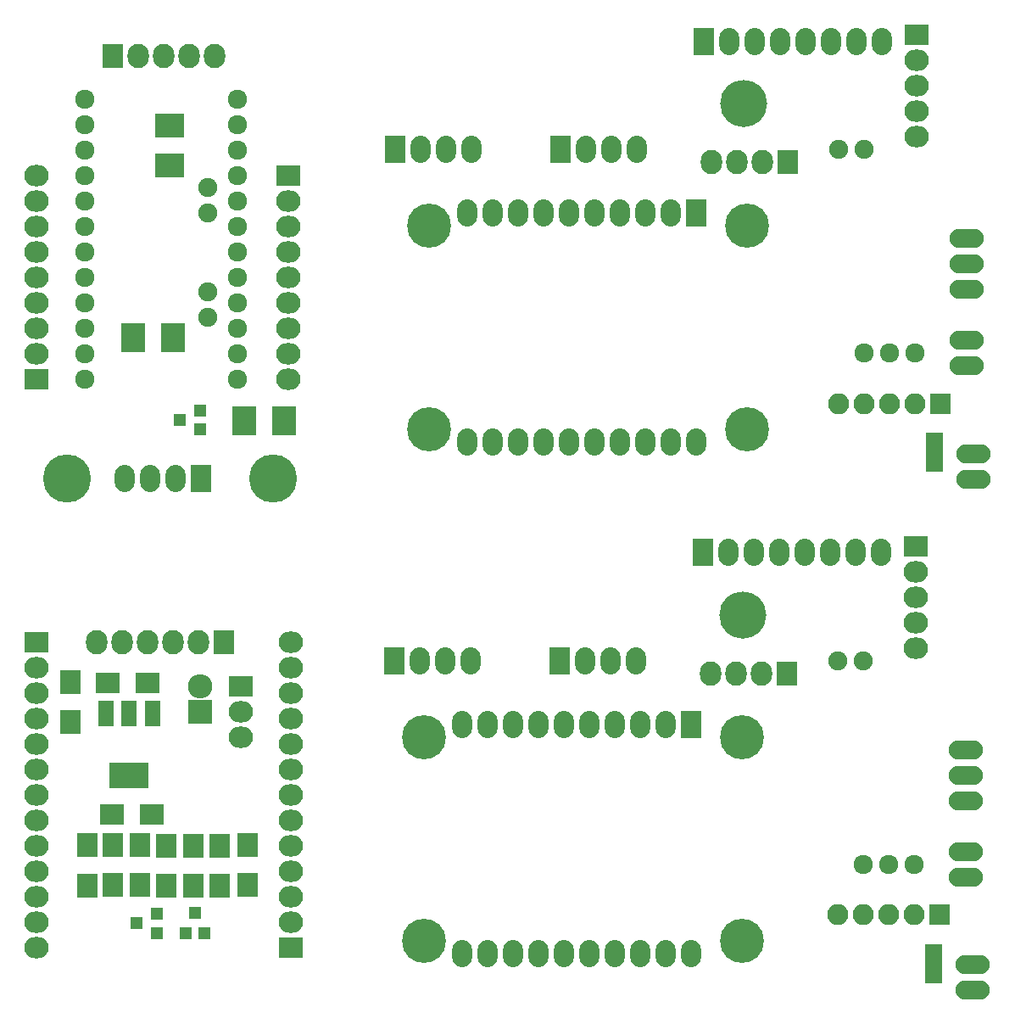
<source format=gbr>
G04 #@! TF.FileFunction,Soldermask,Bot*
%FSLAX46Y46*%
G04 Gerber Fmt 4.6, Leading zero omitted, Abs format (unit mm)*
G04 Created by KiCad (PCBNEW 4.0.3-stable) date 07/17/17 20:12:38*
%MOMM*%
%LPD*%
G01*
G04 APERTURE LIST*
%ADD10C,0.100000*%
%ADD11R,2.000000X2.700000*%
%ADD12O,2.000000X2.700000*%
%ADD13C,4.800000*%
%ADD14R,2.432000X2.127200*%
%ADD15O,2.432000X2.127200*%
%ADD16R,1.200100X1.200100*%
%ADD17R,2.000000X2.400000*%
%ADD18R,2.127200X2.432000*%
%ADD19O,2.127200X2.432000*%
%ADD20R,2.100000X2.400000*%
%ADD21R,2.432000X2.432000*%
%ADD22O,2.432000X2.432000*%
%ADD23R,2.400000X2.000000*%
%ADD24R,1.600000X2.600000*%
%ADD25R,3.900000X2.600000*%
%ADD26R,2.400000X2.900000*%
%ADD27R,2.900000X2.400000*%
%ADD28C,1.924000*%
%ADD29C,1.900000*%
%ADD30C,4.400000*%
%ADD31C,4.700000*%
%ADD32O,3.414980X1.906220*%
%ADD33C,1.901140*%
%ADD34O,3.410000X1.910000*%
%ADD35R,2.100000X2.100000*%
%ADD36O,2.100000X2.100000*%
%ADD37R,1.670000X1.370000*%
G04 APERTURE END LIST*
D10*
D11*
X87530000Y-114650000D03*
D12*
X90070000Y-114650000D03*
X92610000Y-114650000D03*
X95150000Y-114650000D03*
D13*
X75438000Y-96520000D03*
D12*
X60588000Y-96520000D03*
D13*
X54838000Y-96520000D03*
D12*
X63128000Y-96520000D03*
X65668000Y-96520000D03*
D11*
X68208000Y-96520000D03*
D14*
X51810100Y-112824200D03*
D15*
X51810100Y-115364200D03*
X51810100Y-117904200D03*
X51810100Y-120444200D03*
X51810100Y-122984200D03*
X51810100Y-125524200D03*
X51810100Y-128064200D03*
X51810100Y-130604200D03*
X51810100Y-133144200D03*
X51810100Y-135684200D03*
X51810100Y-138224200D03*
X51810100Y-140764200D03*
X51810100Y-143304200D03*
D16*
X68606100Y-141866720D03*
X66706100Y-141866720D03*
X67656100Y-139867740D03*
X63842080Y-139941200D03*
X63842080Y-141841200D03*
X61843100Y-140891200D03*
D17*
X55239100Y-120825200D03*
X55239100Y-116825200D03*
X64786100Y-137144200D03*
X64786100Y-133144200D03*
D18*
X70506100Y-112865200D03*
D19*
X67966100Y-112865200D03*
X65426100Y-112865200D03*
X62886100Y-112865200D03*
X60346100Y-112865200D03*
X57806100Y-112865200D03*
D14*
X72206100Y-117265200D03*
D15*
X72206100Y-119805200D03*
X72206100Y-122345200D03*
D20*
X70120100Y-133144200D03*
X70120100Y-137144200D03*
X67453100Y-133144200D03*
X67453100Y-137144200D03*
X59452100Y-133081200D03*
X59452100Y-137081200D03*
X62119100Y-133081200D03*
X62119100Y-137081200D03*
X72914100Y-133081200D03*
X72914100Y-137081200D03*
D21*
X68193100Y-119809200D03*
D22*
X68193100Y-117269200D03*
D23*
X62922100Y-116888200D03*
X58922100Y-116888200D03*
X63325100Y-129983200D03*
X59325100Y-129983200D03*
D24*
X58781100Y-119959200D03*
X61081100Y-119959200D03*
X63381100Y-119959200D03*
D25*
X61081100Y-126159200D03*
D14*
X77210100Y-143304200D03*
D15*
X77210100Y-140764200D03*
X77210100Y-138224200D03*
X77210100Y-135684200D03*
X77210100Y-133144200D03*
X77210100Y-130604200D03*
X77210100Y-128064200D03*
X77210100Y-125524200D03*
X77210100Y-122984200D03*
X77210100Y-120444200D03*
X77210100Y-117904200D03*
X77210100Y-115364200D03*
X77210100Y-112824200D03*
D20*
X56912100Y-133095200D03*
X56912100Y-137095200D03*
D26*
X65468000Y-82423000D03*
X61468000Y-82423000D03*
D27*
X65151000Y-65246000D03*
X65151000Y-61246000D03*
D18*
X59436000Y-54356000D03*
D19*
X61976000Y-54356000D03*
X64516000Y-54356000D03*
X67056000Y-54356000D03*
X69596000Y-54356000D03*
D28*
X56642000Y-58674000D03*
X56642000Y-61214000D03*
X56642000Y-63754000D03*
X56642000Y-66294000D03*
X56642000Y-68834000D03*
X56642000Y-71374000D03*
X56642000Y-73914000D03*
X56642000Y-76454000D03*
X56642000Y-78994000D03*
X56642000Y-81534000D03*
X56642000Y-84074000D03*
X56642000Y-86614000D03*
X71882000Y-58674000D03*
X71882000Y-61214000D03*
X71882000Y-63754000D03*
X71882000Y-66294000D03*
X71882000Y-68834000D03*
X71882000Y-71374000D03*
X71882000Y-73914000D03*
X71882000Y-76454000D03*
X71882000Y-78994000D03*
X71882000Y-81534000D03*
X71882000Y-84074000D03*
X71882000Y-86614000D03*
D29*
X68961000Y-67437000D03*
X68961000Y-69977000D03*
X68961000Y-77851000D03*
X68961000Y-80391000D03*
D14*
X51816000Y-86614000D03*
D15*
X51816000Y-84074000D03*
X51816000Y-81534000D03*
X51816000Y-78994000D03*
X51816000Y-76454000D03*
X51816000Y-73914000D03*
X51816000Y-71374000D03*
X51816000Y-68834000D03*
X51816000Y-66294000D03*
D14*
X76962000Y-66294000D03*
D15*
X76962000Y-68834000D03*
X76962000Y-71374000D03*
X76962000Y-73914000D03*
X76962000Y-76454000D03*
X76962000Y-78994000D03*
X76962000Y-81534000D03*
X76962000Y-84074000D03*
X76962000Y-86614000D03*
D16*
X68131000Y-89706000D03*
X68131000Y-91606000D03*
X66132020Y-90656000D03*
D26*
X72531000Y-90706000D03*
X76531000Y-90706000D03*
D30*
X91043000Y-71270000D03*
X91043000Y-91590000D03*
X122793000Y-91590000D03*
D11*
X117713000Y-70000000D03*
D12*
X115173000Y-70000000D03*
X112633000Y-70000000D03*
X110093000Y-70000000D03*
X107553000Y-70000000D03*
X105013000Y-70000000D03*
X102473000Y-70000000D03*
X99933000Y-70000000D03*
X97393000Y-70000000D03*
X94853000Y-70000000D03*
X117713000Y-92860000D03*
X115173000Y-92860000D03*
X112633000Y-92860000D03*
X110093000Y-92860000D03*
X107553000Y-92860000D03*
X105013000Y-92860000D03*
X102473000Y-92860000D03*
X99933000Y-92860000D03*
X97393000Y-92860000D03*
X94853000Y-92860000D03*
D30*
X122793000Y-71270000D03*
D31*
X122428000Y-59078000D03*
D11*
X104140000Y-63650000D03*
D12*
X106680000Y-63650000D03*
X109220000Y-63650000D03*
X111760000Y-63650000D03*
D32*
X144733000Y-85240000D03*
X144733000Y-82700000D03*
D28*
X137007600Y-83970000D03*
X134467600Y-83970000D03*
X139547600Y-83970000D03*
D11*
X87630000Y-63650000D03*
D12*
X90170000Y-63650000D03*
X92710000Y-63650000D03*
X95250000Y-63650000D03*
D32*
X144733000Y-77620000D03*
X144733000Y-75080000D03*
X144733000Y-72540000D03*
D18*
X126873000Y-64920000D03*
D19*
X124333000Y-64920000D03*
X121793000Y-64920000D03*
X119253000Y-64920000D03*
D33*
X131953000Y-63650000D03*
X134493000Y-63650000D03*
D14*
X139733000Y-52220000D03*
D15*
X139733000Y-54760000D03*
X139733000Y-57300000D03*
X139733000Y-59840000D03*
X139733000Y-62380000D03*
D11*
X118433000Y-52855000D03*
D12*
X120973000Y-52855000D03*
X123513000Y-52855000D03*
X126053000Y-52855000D03*
X128593000Y-52855000D03*
X131133000Y-52855000D03*
X133673000Y-52855000D03*
X136213000Y-52855000D03*
D34*
X145415000Y-96540000D03*
X145415000Y-94000000D03*
D35*
X142080000Y-89000000D03*
D36*
X139540000Y-89000000D03*
X137000000Y-89000000D03*
X134460000Y-89000000D03*
X131920000Y-89000000D03*
D37*
X141478000Y-92606000D03*
X141478000Y-93876000D03*
X141478000Y-95146000D03*
D30*
X90543000Y-122270000D03*
X90543000Y-142590000D03*
X122293000Y-142590000D03*
D11*
X117213000Y-121000000D03*
D12*
X114673000Y-121000000D03*
X112133000Y-121000000D03*
X109593000Y-121000000D03*
X107053000Y-121000000D03*
X104513000Y-121000000D03*
X101973000Y-121000000D03*
X99433000Y-121000000D03*
X96893000Y-121000000D03*
X94353000Y-121000000D03*
X117213000Y-143860000D03*
X114673000Y-143860000D03*
X112133000Y-143860000D03*
X109593000Y-143860000D03*
X107053000Y-143860000D03*
X104513000Y-143860000D03*
X101973000Y-143860000D03*
X99433000Y-143860000D03*
X96893000Y-143860000D03*
X94353000Y-143860000D03*
D30*
X122293000Y-122270000D03*
D31*
X122328000Y-110078000D03*
D11*
X104040000Y-114650000D03*
D12*
X106580000Y-114650000D03*
X109120000Y-114650000D03*
X111660000Y-114650000D03*
D32*
X144633000Y-136240000D03*
X144633000Y-133700000D03*
D28*
X136907600Y-134970000D03*
X134367600Y-134970000D03*
X139447600Y-134970000D03*
D32*
X144633000Y-128620000D03*
X144633000Y-126080000D03*
X144633000Y-123540000D03*
D18*
X126773000Y-115920000D03*
D19*
X124233000Y-115920000D03*
X121693000Y-115920000D03*
X119153000Y-115920000D03*
D33*
X131853000Y-114650000D03*
X134393000Y-114650000D03*
D14*
X139633000Y-103220000D03*
D15*
X139633000Y-105760000D03*
X139633000Y-108300000D03*
X139633000Y-110840000D03*
X139633000Y-113380000D03*
D11*
X118333000Y-103855000D03*
D12*
X120873000Y-103855000D03*
X123413000Y-103855000D03*
X125953000Y-103855000D03*
X128493000Y-103855000D03*
X131033000Y-103855000D03*
X133573000Y-103855000D03*
X136113000Y-103855000D03*
D34*
X145315000Y-147540000D03*
X145315000Y-145000000D03*
D35*
X141980000Y-140000000D03*
D36*
X139440000Y-140000000D03*
X136900000Y-140000000D03*
X134360000Y-140000000D03*
X131820000Y-140000000D03*
D37*
X141378000Y-143606000D03*
X141378000Y-144876000D03*
X141378000Y-146146000D03*
M02*

</source>
